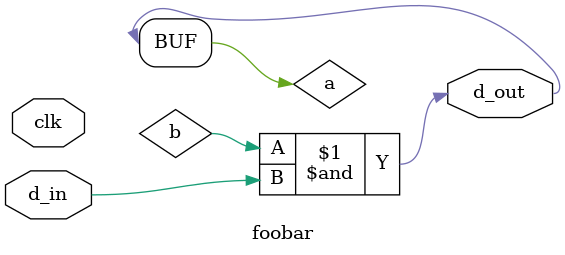
<source format=v>
module foobar (clk,d_in, d_out);
input clk;
input  d_in;
output  d_out;
assign d_out = a;
wire  a;
wire  b;
assign a = (b & d_in);
endmodule
</source>
